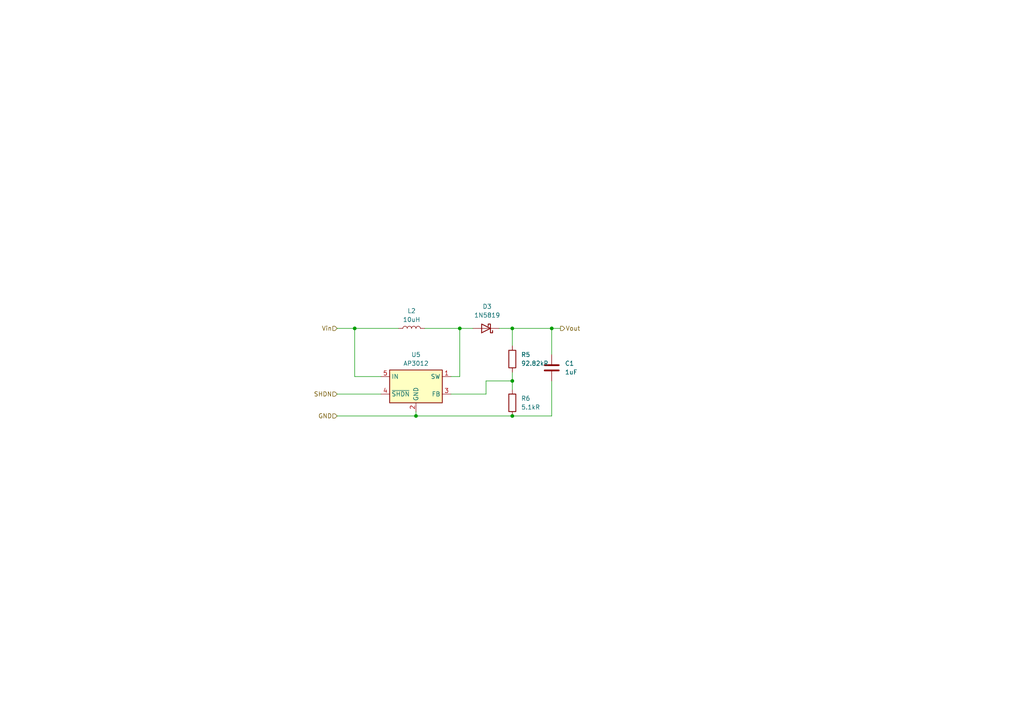
<source format=kicad_sch>
(kicad_sch (version 20250114) (generator "eeschema") (generator_version "9.0")
  (paper "A4")
  (lib_symbols
    (symbol "Device:C" (pin_numbers (hide yes)) (pin_names (offset 0.254))
      (property "Reference" "C" (at 0.635 2.54 0))
      (property "Value" "C" (at 0.635 -2.54 0))
      (symbol "C_0_1"
        (polyline (pts (xy -2.032 0.762) (xy 2.032 0.762)) (stroke (width 0.508)))
        (polyline (pts (xy -2.032 -0.762) (xy 2.032 -0.762)) (stroke (width 0.508)))
      )
      (symbol "C_1_1"
        (pin passive line (at 0 3.81 270) (length 2.794) (name "~") (number "1"))
        (pin passive line (at 0 -3.81 90) (length 2.794) (name "~") (number "2"))
      )
    )
    (symbol "Device:L" (pin_numbers (hide yes)) (pin_names (offset 1.016) (hide yes))
      (property "Reference" "L" (at -1.27 0 90))
      (property "Value" "L" (at 1.905 0 90))
      (symbol "L_0_1"
        (arc (start 0 2.54) (mid 0.6323 1.905) (end 0 1.27))
        (arc (start 0 1.27) (mid 0.6323 0.635) (end 0 0))
        (arc (start 0 0) (mid 0.6323 -0.635) (end 0 -1.27))
        (arc (start 0 -1.27) (mid 0.6323 -1.905) (end 0 -2.54))
      )
      (symbol "L_1_1"
        (pin passive line (at 0 3.81 270) (length 1.27) (name "1") (number "1"))
        (pin passive line (at 0 -3.81 90) (length 1.27) (name "2") (number "2"))
      )
    )
    (symbol "Device:R" (pin_numbers (hide yes)) (pin_names (offset 0))
      (property "Reference" "R" (at 2.032 0 90))
      (property "Value" "R" (at 0 0 90))
      (symbol "R_0_1"
        (rectangle (start -1.016 -2.54) (end 1.016 2.54) (stroke (width 0.254)))
      )
      (symbol "R_1_1"
        (pin passive line (at 0 3.81 270) (length 1.27) (name "~") (number "1"))
        (pin passive line (at 0 -3.81 90) (length 1.27) (name "~") (number "2"))
      )
    )
    (symbol "Diode:1N5819" (pin_numbers (hide yes)) (pin_names (offset 1.016) (hide yes))
      (property "Reference" "D" (at 0 2.54 0))
      (property "Value" "1N5819" (at 0 -2.54 0))
      (symbol "1N5819_0_1"
        (polyline (pts (xy -1.905 0.635) (xy -1.905 1.27) (xy -1.27 1.27) (xy -1.27 -1.27) (xy -0.635 -1.27) (xy -0.635 -0.635)) (stroke (width 0.254)))
        (polyline (pts (xy 1.27 1.27) (xy 1.27 -1.27) (xy -1.27 0) (xy 1.27 1.27)) (stroke (width 0.254)))
        (polyline (pts (xy 1.27 0) (xy -1.27 0)))
      )
      (symbol "1N5819_1_1"
        (pin passive line (at -3.81 0 0) (length 2.54) (name "K") (number "1"))
        (pin passive line (at 3.81 0 180) (length 2.54) (name "A") (number "2"))
      )
    )
    (symbol "Regulator_Switching:AP3012"
      (property "Reference" "U" (at -7.62 5.715 0))
      (property "Value" "AP3012" (at 0 5.715 0))
      (symbol "AP3012_0_1"
        (rectangle (start -7.62 4.445) (end 7.62 -5.08) (stroke (width 0.254)) (fill (type background)))
      )
      (symbol "AP3012_1_1"
        (pin power_in line (at -10.16 2.54 0) (length 2.54) (name "IN") (number "5"))
        (pin input line (at -10.16 -2.54 0) (length 2.54) (name "~{SHDN}") (number "4"))
        (pin power_in line (at 0 -7.62 90) (length 2.54) (name "GND") (number "2"))
        (pin passive line (at 10.16 2.54 180) (length 2.54) (name "SW") (number "1"))
        (pin input line (at 10.16 -2.54 180) (length 2.54) (name "FB") (number "3"))
      )
    )
  )
  (junction (at 148.59 120.65))
  (junction (at 133.35 95.25))
  (junction (at 148.59 110.49))
  (junction (at 160.02 95.25))
  (junction (at 148.59 95.25))
  (junction (at 102.87 95.25))
  (junction (at 120.65 120.65))
  (wire (pts (xy 148.59 110.49) (xy 148.59 107.95)))
  (wire (pts (xy 97.79 114.3) (xy 110.49 114.3)))
  (wire (pts (xy 148.59 110.49) (xy 148.59 113.03)))
  (wire (pts (xy 133.35 109.22) (xy 133.35 95.25)))
  (wire (pts (xy 133.35 95.25) (xy 123.19 95.25)))
  (wire (pts (xy 160.02 95.25) (xy 162.56 95.25)))
  (wire (pts (xy 144.78 95.25) (xy 148.59 95.25)))
  (wire (pts (xy 160.02 120.65) (xy 148.59 120.65)))
  (wire (pts (xy 148.59 95.25) (xy 148.59 100.33)))
  (wire (pts (xy 120.65 120.65) (xy 148.59 120.65)))
  (wire (pts (xy 140.97 114.3) (xy 140.97 110.49)))
  (wire (pts (xy 140.97 110.49) (xy 148.59 110.49)))
  (wire (pts (xy 102.87 95.25) (xy 115.57 95.25)))
  (wire (pts (xy 102.87 95.25) (xy 102.87 109.22)))
  (wire (pts (xy 133.35 95.25) (xy 137.16 95.25)))
  (wire (pts (xy 130.81 109.22) (xy 133.35 109.22)))
  (wire (pts (xy 130.81 114.3) (xy 140.97 114.3)))
  (wire (pts (xy 97.79 95.25) (xy 102.87 95.25)))
  (wire (pts (xy 102.87 109.22) (xy 110.49 109.22)))
  (wire (pts (xy 160.02 110.49) (xy 160.02 120.65)))
  (wire (pts (xy 97.79 120.65) (xy 120.65 120.65)))
  (wire (pts (xy 160.02 95.25) (xy 160.02 102.87)))
  (wire (pts (xy 148.59 95.25) (xy 160.02 95.25)))
  (wire (pts (xy 120.65 120.65) (xy 120.65 119.38)))
  (hierarchical_label "SHDN" (shape input) (at 97.79 114.3 180))
  (hierarchical_label "GND" (shape input) (at 97.79 120.65 180))
  (hierarchical_label "Vin" (shape input) (at 97.79 95.25 180))
  (hierarchical_label "Vout" (shape output) (at 162.56 95.25 0))
  (symbol (lib_id "Device:R") (at 148.59 116.84 0) (unit 1)
    (property "Reference" "R6" (at 151.13 115.5699 0) (effects (justify left)))
    (property "Value" "5.1kR" (at 151.13 118.1099 0) (effects (justify left)))
    (property "Footprint" "Resistor_SMD:R_2010_5025Metric_Pad1.40x2.65mm_HandSolder" (effects (hide yes)))
    (property "Description" "Resistor" (effects (hide yes)))
  )
  (symbol (lib_id "Device:R") (at 148.59 104.14 0) (unit 1)
    (property "Reference" "R5" (at 151.13 102.8699 0) (effects (justify left)))
    (property "Value" "92.82kR" (at 151.13 105.4099 0) (effects (justify left)))
    (property "Footprint" "Resistor_SMD:R_2010_5025Metric_Pad1.40x2.65mm_HandSolder" (effects (hide yes)))
    (property "Description" "Resistor" (effects (hide yes)))
  )
  (symbol (lib_id "Device:L") (at 119.38 95.25 90) (unit 1)
    (property "Reference" "L2" (at 119.38 90.17 90))
    (property "Value" "10uH" (at 119.38 92.71 90))
    (property "Footprint" "Inductor_SMD:L_0805_2012Metric_Pad1.05x1.20mm_HandSolder" (effects (hide yes)))
    (property "Description" "Inductor" (effects (hide yes)))
  )
  (symbol (lib_id "Regulator_Switching:AP3012") (at 120.65 111.76 0) (unit 1)
    (property "Reference" "U5" (at 120.65 102.87 0))
    (property "Value" "AP3012" (at 120.65 105.41 0))
    (property "Footprint" "Package_TO_SOT_SMD:SOT-23-5" (effects (hide yes)))
    (property "Datasheet" "https://www.diodes.com/assets/Datasheets/AP3012.pdf" (effects (hide yes)))
    (property "Description" "500mA, Adjustable Step-Up Voltage Regulator, 1.5MHz Frequency, SOT-23-5" (effects (hide yes)))
  )
  (symbol (lib_id "Diode:1N5819") (at 140.97 95.25 180) (unit 1)
    (property "Reference" "D3" (at 141.2875 88.9 0))
    (property "Value" "1N5819" (at 141.2875 91.44 0))
    (property "Footprint" "Diode_SMD:D_SOD-123" (effects (hide yes)))
    (property "Datasheet" "http://www.vishay.com/docs/88525/1n5817.pdf" (effects (hide yes)))
    (property "Description" "40V 1A Schottky Barrier Rectifier Diode, DO-41" (effects (hide yes)))
  )
  (symbol (lib_id "Device:C") (at 160.02 106.68 0) (unit 1)
    (property "Reference" "C1" (at 163.83 105.4099 0) (effects (justify left)))
    (property "Value" "1uF" (at 163.83 107.9499 0) (effects (justify left)))
    (property "Footprint" "Capacitor_SMD:C_1210_3225Metric_Pad1.33x2.70mm_HandSolder" (effects (hide yes)))
    (property "Description" "Unpolarized capacitor" (effects (hide yes)))
  )
)
</source>
